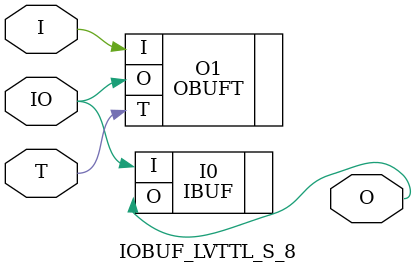
<source format=v>


`timescale  1 ps / 1 ps


module IOBUF_LVTTL_S_8 (O, IO, I, T);

    output O;

    inout  IO;

    input  I, T;

        OBUFT #(.IOSTANDARD("LVTTL"), .SLEW("SLOW"), .DRIVE(8)) O1 (.O(IO), .I(I), .T(T)); 
	IBUF #(.IOSTANDARD("LVTTL"))  I0 (.O(O), .I(IO));
        

endmodule



</source>
